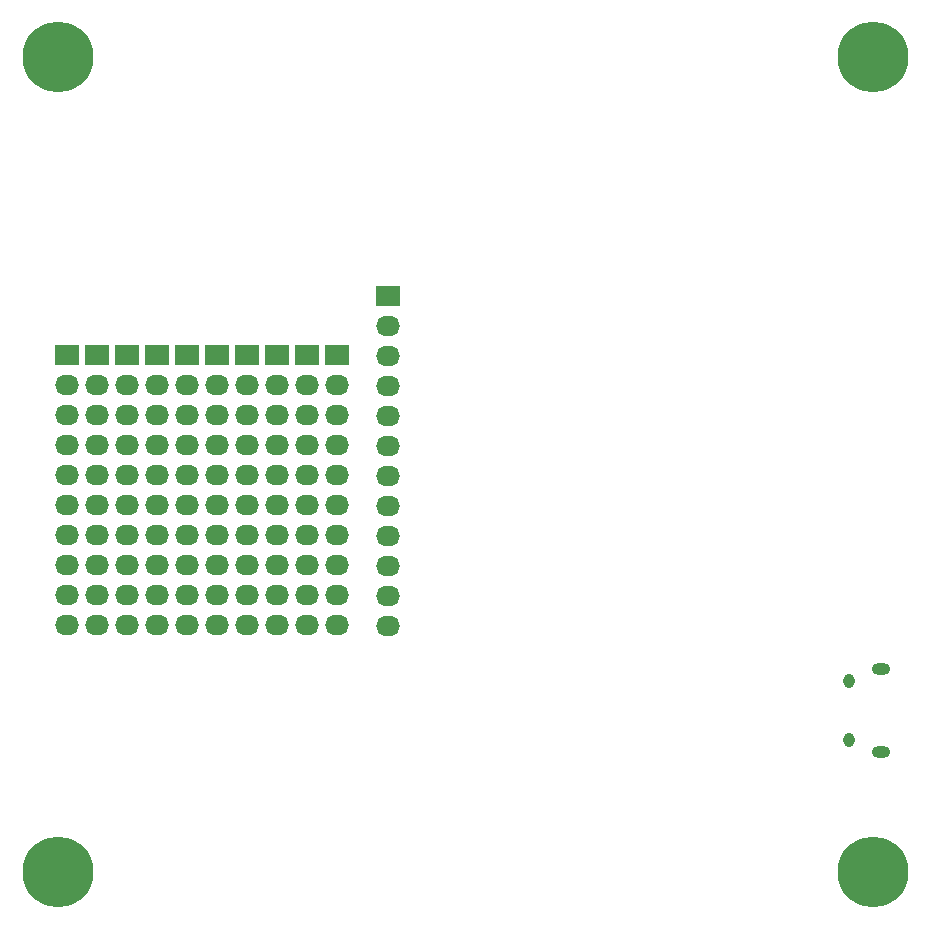
<source format=gbr>
G04 #@! TF.FileFunction,Soldermask,Bot*
%FSLAX46Y46*%
G04 Gerber Fmt 4.6, Leading zero omitted, Abs format (unit mm)*
G04 Created by KiCad (PCBNEW 4.0.4-stable) date 01/17/18 01:46:41*
%MOMM*%
%LPD*%
G01*
G04 APERTURE LIST*
%ADD10C,0.100000*%
%ADD11C,6.000000*%
%ADD12R,2.032000X1.727200*%
%ADD13O,2.032000X1.727200*%
%ADD14O,0.950000X1.250000*%
%ADD15O,1.550000X1.000000*%
G04 APERTURE END LIST*
D10*
D11*
X100000000Y-100000000D03*
X100000000Y-169000000D03*
X169000000Y-169000000D03*
D12*
X123680000Y-125170000D03*
D13*
X123680000Y-127710000D03*
X123680000Y-130250000D03*
X123680000Y-132790000D03*
X123680000Y-135330000D03*
X123680000Y-137870000D03*
X123680000Y-140410000D03*
X123680000Y-142950000D03*
X123680000Y-145490000D03*
X123680000Y-148030000D03*
D12*
X121140000Y-125170000D03*
D13*
X121140000Y-127710000D03*
X121140000Y-130250000D03*
X121140000Y-132790000D03*
X121140000Y-135330000D03*
X121140000Y-137870000D03*
X121140000Y-140410000D03*
X121140000Y-142950000D03*
X121140000Y-145490000D03*
X121140000Y-148030000D03*
D12*
X118600000Y-125170000D03*
D13*
X118600000Y-127710000D03*
X118600000Y-130250000D03*
X118600000Y-132790000D03*
X118600000Y-135330000D03*
X118600000Y-137870000D03*
X118600000Y-140410000D03*
X118600000Y-142950000D03*
X118600000Y-145490000D03*
X118600000Y-148030000D03*
D12*
X116060000Y-125170000D03*
D13*
X116060000Y-127710000D03*
X116060000Y-130250000D03*
X116060000Y-132790000D03*
X116060000Y-135330000D03*
X116060000Y-137870000D03*
X116060000Y-140410000D03*
X116060000Y-142950000D03*
X116060000Y-145490000D03*
X116060000Y-148030000D03*
D12*
X113520000Y-125170000D03*
D13*
X113520000Y-127710000D03*
X113520000Y-130250000D03*
X113520000Y-132790000D03*
X113520000Y-135330000D03*
X113520000Y-137870000D03*
X113520000Y-140410000D03*
X113520000Y-142950000D03*
X113520000Y-145490000D03*
X113520000Y-148030000D03*
D12*
X110980000Y-125170000D03*
D13*
X110980000Y-127710000D03*
X110980000Y-130250000D03*
X110980000Y-132790000D03*
X110980000Y-135330000D03*
X110980000Y-137870000D03*
X110980000Y-140410000D03*
X110980000Y-142950000D03*
X110980000Y-145490000D03*
X110980000Y-148030000D03*
D12*
X108440000Y-125170000D03*
D13*
X108440000Y-127710000D03*
X108440000Y-130250000D03*
X108440000Y-132790000D03*
X108440000Y-135330000D03*
X108440000Y-137870000D03*
X108440000Y-140410000D03*
X108440000Y-142950000D03*
X108440000Y-145490000D03*
X108440000Y-148030000D03*
D12*
X105900000Y-125170000D03*
D13*
X105900000Y-127710000D03*
X105900000Y-130250000D03*
X105900000Y-132790000D03*
X105900000Y-135330000D03*
X105900000Y-137870000D03*
X105900000Y-140410000D03*
X105900000Y-142950000D03*
X105900000Y-145490000D03*
X105900000Y-148030000D03*
D12*
X103360000Y-125170000D03*
D13*
X103360000Y-127710000D03*
X103360000Y-130250000D03*
X103360000Y-132790000D03*
X103360000Y-135330000D03*
X103360000Y-137870000D03*
X103360000Y-140410000D03*
X103360000Y-142950000D03*
X103360000Y-145490000D03*
X103360000Y-148030000D03*
D14*
X167037460Y-157800900D03*
X167037460Y-152800900D03*
D15*
X169737460Y-158800900D03*
X169737460Y-151800900D03*
D12*
X127980000Y-120230000D03*
D13*
X127980000Y-122770000D03*
X127980000Y-125310000D03*
X127980000Y-127850000D03*
X127980000Y-130390000D03*
X127980000Y-132930000D03*
X127980000Y-135470000D03*
X127980000Y-138010000D03*
X127980000Y-140550000D03*
X127980000Y-143090000D03*
X127980000Y-145630000D03*
X127980000Y-148170000D03*
D12*
X100820000Y-125170000D03*
D13*
X100820000Y-127710000D03*
X100820000Y-130250000D03*
X100820000Y-132790000D03*
X100820000Y-135330000D03*
X100820000Y-137870000D03*
X100820000Y-140410000D03*
X100820000Y-142950000D03*
X100820000Y-145490000D03*
X100820000Y-148030000D03*
D11*
X169000000Y-100000000D03*
M02*

</source>
